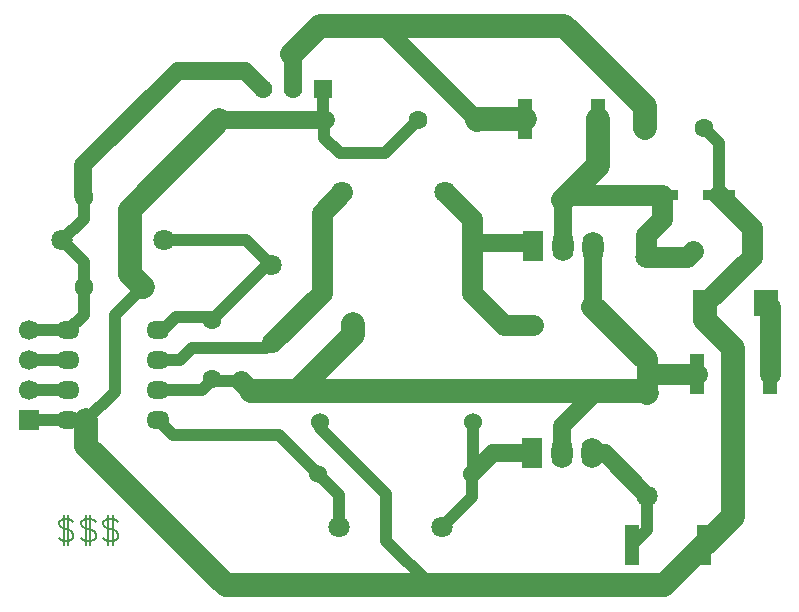
<source format=gtl>
G04 Layer: TopLayer*
G04 EasyEDA Pro v2.1.64.d1969c9c.217bcf, 2024-10-29 18:51:19*
G04 Gerber Generator version 0.3*
G04 Scale: 100 percent, Rotated: No, Reflected: No*
G04 Dimensions in millimeters*
G04 Leading zeros omitted, absolute positions, 3 integers and 5 decimals*
%FSLAX35Y35*%
%MOMM*%
%ADD10C,0.2032*%
%ADD11O,1.97X1.524*%
%ADD12R,2.69999X0.91001*%
%ADD13R,1.28252X3.456*%
%ADD14C,1.8*%
%ADD15R,2.04749X2.24099*%
%ADD16C,1.524*%
%ADD17C,1.6*%
%ADD18R,1.7X1.7*%
%ADD19C,1.7*%
%ADD20O,1.8X2.59999*%
%ADD21R,1.8X2.59999*%
%ADD22C,1.5748*%
%ADD23R,1.5748X1.5748*%
%ADD24C,2.032*%
%ADD25C,1.778*%
%ADD26C,1.016*%
G75*


G04 Text Start*
G54D10*
G01X1172210Y1831340D02*
G01X1172210Y1573530D01*
G01X1207770Y1831340D02*
G01X1207770Y1573530D01*
G01X1252220Y1769110D02*
G01X1234440Y1786890D01*
G01X1207770Y1795780D01*
G01X1172210D01*
G01X1145540Y1786890D01*
G01X1127760Y1769110D01*
G01Y1751330D01*
G01X1136650Y1733550D01*
G01X1145540Y1724660D01*
G01X1163320Y1715770D01*
G01X1216660Y1697990D01*
G01X1234440Y1689100D01*
G01X1243330Y1680210D01*
G01X1252220Y1662430D01*
G01Y1635760D01*
G01X1234440Y1617980D01*
G01X1207770Y1609090D01*
G01X1172210D01*
G01X1145540Y1617980D01*
G01X1127760Y1635760D01*
G01X1359662Y1831340D02*
G01X1359662Y1573530D01*
G01X1395222Y1831340D02*
G01X1395222Y1573530D01*
G01X1439672Y1769110D02*
G01X1421892Y1786890D01*
G01X1395222Y1795780D01*
G01X1359662D01*
G01X1332992Y1786890D01*
G01X1315212Y1769110D01*
G01Y1751330D01*
G01X1324102Y1733550D01*
G01X1332992Y1724660D01*
G01X1350772Y1715770D01*
G01X1404112Y1697990D01*
G01X1421892Y1689100D01*
G01X1430782Y1680210D01*
G01X1439672Y1662430D01*
G01Y1635760D01*
G01X1421892Y1617980D01*
G01X1395222Y1609090D01*
G01X1359662D01*
G01X1332992Y1617980D01*
G01X1315212Y1635760D01*
G01X1547114Y1831340D02*
G01X1547114Y1573530D01*
G01X1582674Y1831340D02*
G01X1582674Y1573530D01*
G01X1627124Y1769110D02*
G01X1609344Y1786890D01*
G01X1582674Y1795780D01*
G01X1547114D01*
G01X1520444Y1786890D01*
G01X1502664Y1769110D01*
G01Y1751330D01*
G01X1511554Y1733550D01*
G01X1520444Y1724660D01*
G01X1538224Y1715770D01*
G01X1591564Y1697990D01*
G01X1609344Y1689100D01*
G01X1618234Y1680210D01*
G01X1627124Y1662430D01*
G01Y1635760D01*
G01X1609344Y1617980D01*
G01X1582674Y1609090D01*
G01X1547114D01*
G01X1520444Y1617980D01*
G01X1502664Y1635760D01*
G04 Text End*

G04 Pad Start*
G54D11*
G01X1206500Y3390900D03*
G01X1968500Y3390900D03*
G01X1206500Y3136900D03*
G01X1968500Y3136900D03*
G01X1206500Y2882900D03*
G01X1968500Y2882900D03*
G01X1206500Y2628900D03*
G01X1968500Y2628900D03*
G54D12*
G01X6236995Y4533900D03*
G01X6717005Y4533900D03*
G54D13*
G01X5979871Y1574800D03*
G01X6593129Y1574800D03*
G01X5076342Y5179771D03*
G01X5689600Y5179771D03*
G54D14*
G01X2022500Y4152900D03*
G01X1152500Y4152900D03*
G01X3527400Y4559300D03*
G01X4397400Y4559300D03*
G01X3502000Y1727200D03*
G01X4372000Y1727200D03*
G01X6108700Y2860700D03*
G01X6108700Y1990700D03*
G01X6096000Y4016400D03*
G01X6096000Y3146400D03*
G54D13*
G01X6535014Y3022600D03*
G01X7148271Y3022600D03*
G54D15*
G01X6598869Y3619500D03*
G01X7117131Y3619500D03*
G54D16*
G01X3604501Y3429000D03*
G01X4904499Y3429000D03*
G54D14*
G01X2921000Y2891307D03*
G01X2921000Y3941293D03*
G54D16*
G01X4625099Y2171700D03*
G01X3325101Y2171700D03*
G01X4650499Y4127500D03*
G01X3350501Y4127500D03*
G01X4637799Y2616200D03*
G01X3337801Y2616200D03*
G54D17*
G01X1337501Y3759200D03*
G01X1837500Y3759200D03*
G01X1337501Y4521200D03*
G01X1837500Y4521200D03*
G01X6993700Y4064000D03*
G01X6493701Y4064000D03*
G54D18*
G01X876300Y2628900D03*
G54D19*
G01X876300Y2882900D03*
G01X876300Y3136900D03*
G01X876300Y3390900D03*
G54D17*
G01X4669600Y5168900D03*
G01X4169601Y5168900D03*
G01X6087301Y5105400D03*
G01X6587300Y5105400D03*
G54D20*
G01X5397995Y4102100D03*
G01X5651995Y4101109D03*
G54D21*
G01X5143995Y4102100D03*
G54D20*
G01X5384800Y2349995D03*
G01X5638800Y2349005D03*
G54D21*
G01X5130800Y2349995D03*
G54D22*
G01X2857500Y5435600D03*
G01X3111500Y5435600D03*
G54D23*
G01X3365500Y5435600D03*
G54D17*
G01X2425700Y2975801D03*
G01X2425700Y3475800D03*
G04 Pad End*

G04 Track Start*
G54D24*
G01X3146616Y2878607D02*
G01X6090793Y2878607D01*
G01X2755900Y2878607D02*
G01X3146616Y2878607D01*
G01X3617201Y3349193D02*
G01X3617201Y3441700D01*
G01X3146616Y2878607D02*
G01X3617201Y3349193D01*
G54D25*
G01X3352800Y3710699D02*
G01X2931401Y3289300D01*
G01X3352800Y4384700D02*
G01X3352800Y3710699D01*
G01X3527400Y4559300D02*
G01X3352800Y4384700D01*
G54D16*
G01X2485200Y5168900D02*
G01X3390900Y5168900D01*
G01X1333500Y4525201D02*
G01X1337501Y4521200D01*
G01X1333500Y4787900D02*
G01X1333500Y4525201D01*
G01X2136140Y5590540D02*
G01X1333500Y4787900D01*
G01X2857500Y5435600D02*
G01X2702560Y5590540D01*
G54D26*
G01X3365500Y5194300D02*
G01X3390900Y5168900D01*
G01X3365500Y5435600D02*
G01X3365500Y5194300D01*
G01X3373120Y5021580D02*
G01X3505200Y4889500D01*
G01X3373120Y5151120D02*
G01X3373120Y5021580D01*
G01X3390900Y5168900D02*
G01X3373120Y5151120D01*
G54D25*
G01X7148271Y3588360D02*
G01X7148271Y3022600D01*
G01X7117131Y3619500D02*
G01X7148271Y3588360D01*
G54D24*
G01X6832600Y3242085D02*
G01X6598869Y3475816D01*
G01X6832600Y1814271D02*
G01X6832600Y3242085D01*
G01X6593129Y1574800D02*
G01X6832600Y1814271D01*
G54D25*
G01X6108700Y2971800D02*
G01X6108700Y3133700D01*
G01X6159500Y3022600D02*
G01X6535014Y3022600D01*
G01X6108700Y2971800D02*
G01X6159500Y3022600D01*
G01X6108700Y2860700D02*
G01X6108700Y2971800D01*
G54D26*
G01X2709393Y4152900D02*
G01X2921000Y3941293D01*
G01X2022500Y4152900D02*
G01X2709393Y4152900D01*
G01X2891193Y3941293D02*
G01X2921000Y3941293D01*
G01X2425700Y3475800D02*
G01X2891193Y3941293D01*
G01X2396300Y3505200D02*
G01X2425700Y3475800D01*
G01X2120900Y3505200D02*
G01X2396300Y3505200D01*
G01X2006600Y3390900D02*
G01X2120900Y3505200D01*
G01X1968500Y3390900D02*
G01X2006600Y3390900D01*
G01X2336800Y2882900D02*
G01X1968500Y2882900D01*
G01X2417001Y2963101D02*
G01X2336800Y2882900D01*
G01X2155900Y3136900D02*
G01X1968500Y3136900D01*
G01X2257500Y3238500D02*
G01X2155900Y3136900D01*
G54D25*
G01X2671407Y2963101D02*
G01X2755900Y2878607D01*
G54D26*
G01X2671407Y2963101D02*
G01X2417001Y2963101D01*
G01X2994901Y2501900D02*
G01X3325101Y2171700D01*
G01X2095500Y2501900D02*
G01X2994901Y2501900D01*
G01X1968500Y2628900D02*
G01X2095500Y2501900D01*
G54D24*
G01X1358900Y2413000D02*
G01X1358900Y2628900D01*
G01X2540000Y1231900D02*
G01X1358900Y2413000D01*
G01X4276081Y1231900D02*
G01X2540000Y1231900D01*
G54D16*
G01X5750395Y2349005D02*
G01X6108700Y1990700D01*
G01X5638800Y2349005D02*
G01X5750395Y2349005D01*
G54D24*
G01X6090793Y2878607D02*
G01X6108700Y2860700D01*
G54D16*
G01X5384800Y2578100D02*
G01X5384800Y2349995D01*
G01X5667400Y2860700D02*
G01X5384800Y2578100D01*
G01X6108700Y2860700D02*
G01X5667400Y2860700D01*
G54D24*
G01X5651995Y3590404D02*
G01X6096000Y3146400D01*
G54D16*
G01X5651995Y4101109D02*
G01X5651995Y3590404D01*
G54D24*
G01X5440429Y4533900D02*
G01X5689600Y4783071D01*
G54D25*
G01X5397995Y4491467D02*
G01X5397508Y4490979D01*
G54D24*
G01X5440429Y4533900D02*
G01X5397995Y4491467D01*
G54D16*
G01X5397995Y4102100D01*
G01X4637799Y2184400D02*
G01X4803394Y2349995D01*
G01X4625099Y2171700D02*
G01X4637799Y2184400D01*
G01X4803394Y2349995D02*
G01X5130800Y2349995D01*
G01X5118595Y4127500D02*
G01X5143995Y4102100D01*
G01X4625099Y4127500D02*
G01X5118595Y4127500D01*
G54D26*
G01X3505200Y4889500D02*
G01X3890201Y4889500D01*
G01X2880601Y3238500D02*
G01X2257500Y3238500D01*
G01X2931401Y3289300D02*
G01X2880601Y3238500D01*
G54D24*
G01X1837500Y4521200D02*
G01X1727200Y4410901D01*
G01X1727200Y3869500D02*
G01X1837500Y3759200D01*
G54D26*
G01X876300Y2628900D02*
G01X1206500Y2628900D01*
G01X876300Y2882900D02*
G01X1206500Y2882900D01*
G01X876300Y3136900D02*
G01X1206500Y3136900D01*
G01X876300Y3390900D02*
G01X1206500Y3390900D01*
G54D24*
G01X6598869Y3475816D02*
G01X6598869Y3619500D01*
G01X6250229Y1231900D02*
G01X4276081Y1231900D01*
G54D26*
G01X3337801Y2567699D02*
G01X3337801Y2616200D01*
G01X3898900Y2006600D02*
G01X3337801Y2567699D01*
G01X3898900Y1609081D02*
G01X3898900Y2006600D01*
G01X4276081Y1231900D02*
G01X3898900Y1609081D01*
G54D24*
G01X1837500Y4521200D02*
G01X2485200Y5168900D01*
G54D26*
G01X6717005Y4975695D02*
G01X6717005Y4533900D01*
G01X6587300Y5105400D02*
G01X6717005Y4975695D01*
G01X3890201Y4889500D02*
G01X4169601Y5168900D01*
G54D24*
G01X4680471Y5179771D02*
G01X4669600Y5168900D01*
G01X6593129Y1574800D02*
G01X6250229Y1231900D01*
G54D26*
G01X6108700Y1703629D02*
G01X6108700Y1990700D01*
G01X5979871Y1574800D02*
G01X6108700Y1703629D01*
G01X4637799Y2616200D02*
G01X4637799Y2184400D01*
G01X4625099Y1980298D02*
G01X4625099Y2171700D01*
G01X4372000Y1727200D02*
G01X4625099Y1980298D01*
G01X3325101Y2171700D02*
G01X3502000Y1994802D01*
G01Y1727200D01*
G54D24*
G01X1727200Y4410901D02*
G01X1727200Y3869500D01*
G54D26*
G01X1337501Y3521901D02*
G01X1206500Y3390900D01*
G01X1337501Y3759200D02*
G01X1337501Y3521901D01*
G01X1337501Y3967899D02*
G01X1337501Y3759200D01*
G01X1152500Y4152900D02*
G01X1337501Y3967899D01*
G01X1337501Y4337901D02*
G01X1152500Y4152900D01*
G01X1337501Y4521200D02*
G01X1337501Y4337901D01*
G01X1358900Y2628900D02*
G01X1206500Y2628900D01*
G01X1600200Y2870200D02*
G01X1358900Y2628900D01*
G01X1600200Y3521901D02*
G01X1600200Y2870200D01*
G01X1837500Y3759200D02*
G01X1600200Y3521901D01*
G54D25*
G01X6108700Y3133700D02*
G01X6096000Y3146400D01*
G01X6993700Y4014330D02*
G01X6993700Y4064000D01*
G01X6598869Y3619500D02*
G01X6993700Y4014330D01*
G01X6993700Y4257205D02*
G01X6993700Y4064000D01*
G01X6717005Y4533900D02*
G01X6993700Y4257205D01*
G01X6446101Y4016400D02*
G01X6493701Y4064000D01*
G01X6096000Y4016400D02*
G01X6446101Y4016400D01*
G01X6096000Y4195300D02*
G01X6096000Y4016400D01*
G01X6236995Y4336296D02*
G01X6096000Y4195300D01*
G01X6236995Y4533900D02*
G01X6236995Y4336296D01*
G01X6236995Y4533900D02*
G01X5440429Y4533900D01*
G54D24*
G01X5689600Y5179771D02*
G01X5689600Y4783071D01*
G54D25*
G01X4899668Y3433831D02*
G01X5143508Y3433831D01*
G01X4625099Y4127500D02*
G01X4625099Y3708400D01*
G01X4625099Y4331602D02*
G01X4625099Y4127500D01*
G01X4397400Y4559300D02*
G01X4625099Y4331602D01*
G01X4625099Y3708400D02*
G01X4899668Y3433831D01*
G54D24*
G01X5076342Y5179771D02*
G01X4680471Y5179771D01*
G01X6087301Y5105400D02*
G01X6087301Y5287000D01*
G01X5405300Y5969000D01*
G01X3340100Y5969000D02*
G01X3098800Y5727700D01*
G54D16*
G01X2136140Y5590540D02*
G01X2702560Y5590540D01*
G01X3111500Y5435600D02*
G01X3111500Y5689600D01*
G01X3098800Y5702300D01*
G01X4669600Y5168900D02*
G01X3869500Y5969000D01*
G54D24*
G01X5405300Y5969000D02*
G01X3869500Y5969000D01*
G01X3340100D01*
G04 Track End*

M02*

</source>
